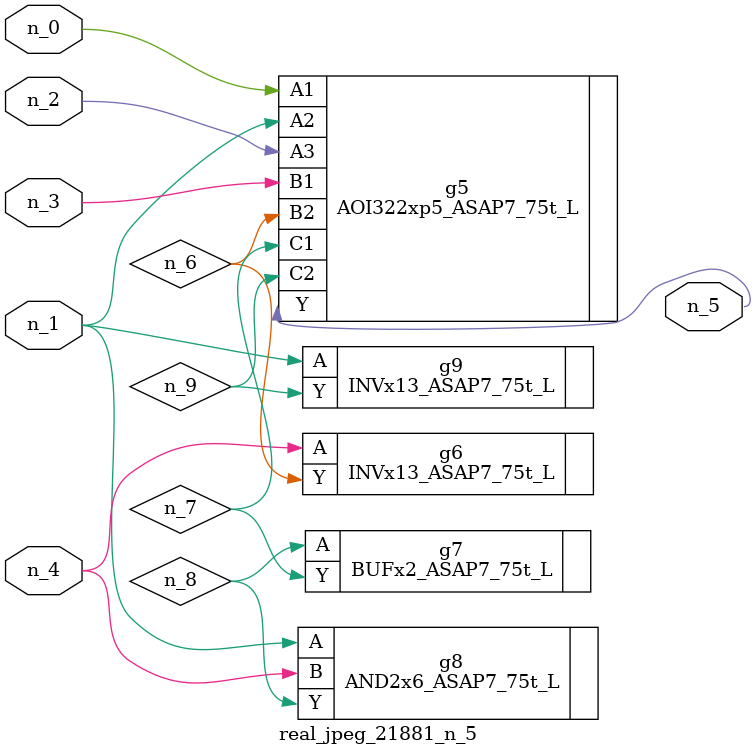
<source format=v>
module real_jpeg_21881_n_5 (n_4, n_0, n_1, n_2, n_3, n_5);

input n_4;
input n_0;
input n_1;
input n_2;
input n_3;

output n_5;

wire n_8;
wire n_6;
wire n_7;
wire n_9;

AOI322xp5_ASAP7_75t_L g5 ( 
.A1(n_0),
.A2(n_1),
.A3(n_2),
.B1(n_3),
.B2(n_6),
.C1(n_7),
.C2(n_9),
.Y(n_5)
);

AND2x6_ASAP7_75t_L g8 ( 
.A(n_1),
.B(n_4),
.Y(n_8)
);

INVx13_ASAP7_75t_L g9 ( 
.A(n_1),
.Y(n_9)
);

INVx13_ASAP7_75t_L g6 ( 
.A(n_4),
.Y(n_6)
);

BUFx2_ASAP7_75t_L g7 ( 
.A(n_8),
.Y(n_7)
);


endmodule
</source>
